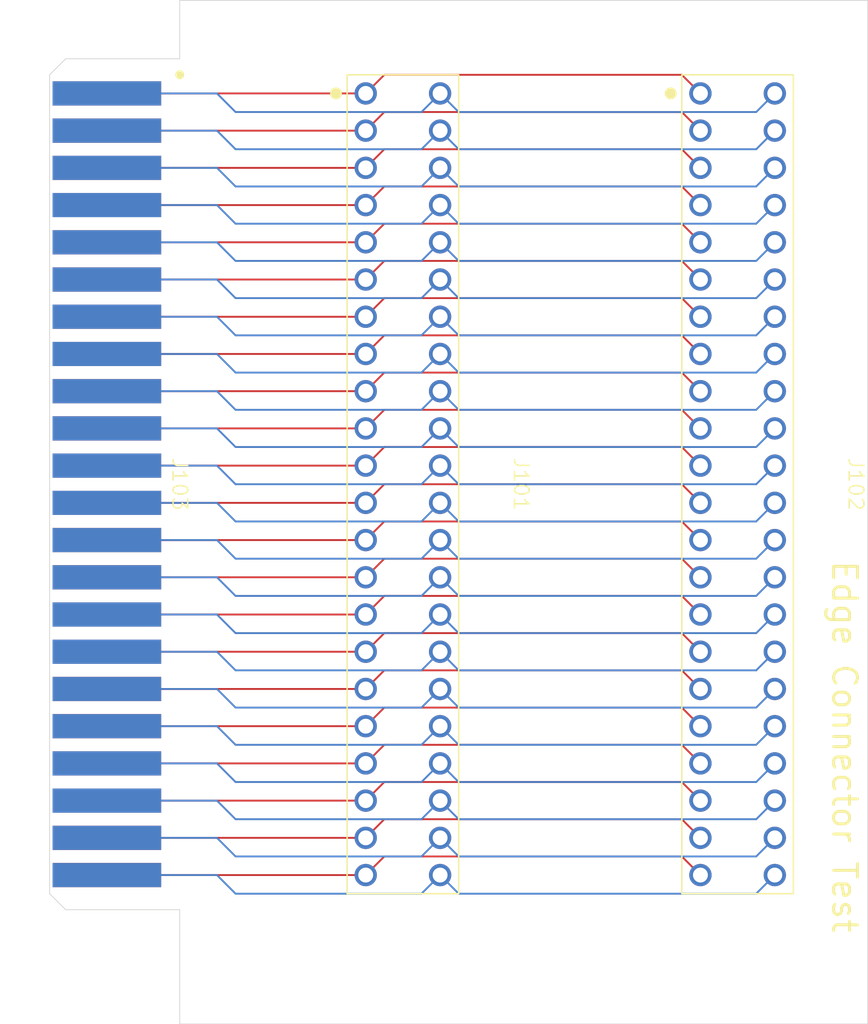
<source format=kicad_pcb>
(kicad_pcb (version 20240108) (generator "pcbnew") (generator_version "8.0")
  (layers (0 "F.Cu" signal) (31 "B.Cu" signal) (34 "B.Paste" user) (35 "F.Paste" user) (36 "B.SilkS" user "B.Silkscreen") (37 "F.SilkS" user "F.Silkscreen") (38 "B.Mask" user) (39 "F.Mask" user) (44 "Edge.Cuts" user))
  (net 0 "")
  (net 1 "/A8")
  (net 2 "/A10")
  (net 3 "/A6")
  (net 4 "/A5")
  (net 5 "/A3")
  (net 6 "/A2")
  (net 7 "/A11")
  (net 8 "/A1")
  (net 9 "/A9")
  (net 10 "/A7")
  (net 11 "/A4")
  (net 12 "/A19")
  (net 13 "/A16")
  (net 14 "/A18")
  (net 15 "/A20")
  (net 16 "/A17")
  (net 17 "/A13")
  (net 18 "/A14")
  (net 19 "/A15")
  (net 20 "/A22")
  (net 21 "/A21")
  (net 22 "/A12")
  (net 23 "/B1")
  (net 24 "/B11")
  (net 25 "/B3")
  (net 26 "/B14")
  (net 27 "/B22")
  (net 28 "/B15")
  (net 29 "/B12")
  (net 30 "/B8")
  (net 31 "/B4")
  (net 32 "/B20")
  (net 33 "/B13")
  (net 34 "/B21")
  (net 35 "/B5")
  (net 36 "/B19")
  (net 37 "/B16")
  (net 38 "/B2")
  (net 39 "/B18")
  (net 40 "/B7")
  (net 41 "/B10")
  (net 42 "/B9")
  (net 43 "/B6")
  (net 44 "/B17")
  (footprint "BoardEdgeConnectors:TE-5530843-4-Edge" (layer "F.Cu") (at 43.18 102.87 -90)
    (property "Reference" "J103" (at 0 -5.08 -90) (layer "F.SilkS") (effects (font (thickness 0.1))))
    (property "Value" "~")
    (fp_circle (center -27.94 -5.08) (end -27.686 -5.08) (stroke (width 0.1)) (fill solid) (layer "F.SilkS"))
    (fp_line (start -27.94 3.81) (end 27.94 3.81) (stroke (width 0.05)) (layer "Edge.Cuts"))
    (fp_line (start -27.94 3.81) (end -29.0322 2.7178) (stroke (width 0.05)) (layer "Edge.Cuts"))
    (fp_line (start 27.94 3.81) (end 29.0322 2.7178) (stroke (width 0.05)) (layer "Edge.Cuts"))
    (fp_line (start -29.0322 2.7178) (end -29.0322 -5.08) (stroke (width 0.05)) (layer "Edge.Cuts"))
    (fp_line (start -29.0322 -5.08) (end -33.02 -5.08) (stroke (width 0.05)) (layer "Edge.Cuts"))
    (fp_line (start 29.0322 -5.08) (end 29.0322 2.7178) (stroke (width 0.05)) (layer "Edge.Cuts"))
    (fp_line (start 31.75 -5.08) (end 29.0322 -5.08) (stroke (width 0.05)) (layer "Edge.Cuts"))
    (pad "A1" smd rect (at -26.67 -0.1016 270) (size 1.651 7.4168) (layers "F.Cu" "F.Paste" "F.Mask") (net 8 "/A1"))
    (pad "A2" smd rect (at -24.13 -0.1016 270) (size 1.651 7.4168) (layers "F.Cu" "F.Paste" "F.Mask") (net 6 "/A2"))
    (pad "A3" smd rect (at -21.59 -0.1016 270) (size 1.651 7.4168) (layers "F.Cu" "F.Paste" "F.Mask") (net 5 "/A3"))
    (pad "A4" smd rect (at -19.05 -0.1016 270) (size 1.651 7.4168) (layers "F.Cu" "F.Paste" "F.Mask") (net 11 "/A4"))
    (pad "A5" smd rect (at -16.51 -0.1016 270) (size 1.651 7.4168) (layers "F.Cu" "F.Paste" "F.Mask") (net 4 "/A5"))
    (pad "A6" smd rect (at -13.97 -0.1016 270) (size 1.651 7.4168) (layers "F.Cu" "F.Paste" "F.Mask") (net 3 "/A6"))
    (pad "A7" smd rect (at -11.43 -0.1016 270) (size 1.651 7.4168) (layers "F.Cu" "F.Paste" "F.Mask") (net 10 "/A7"))
    (pad "A8" smd rect (at -8.89 -0.1016 270) (size 1.651 7.4168) (layers "F.Cu" "F.Paste" "F.Mask") (net 1 "/A8"))
    (pad "A9" smd rect (at -6.35 -0.1016 270) (size 1.651 7.4168) (layers "F.Cu" "F.Paste" "F.Mask") (net 9 "/A9"))
    (pad "A10" smd rect (at -3.81 -0.1016 270) (size 1.651 7.4168) (layers "F.Cu" "F.Paste" "F.Mask") (net 2 "/A10"))
    (pad "A11" smd rect (at -1.27 -0.1016 270) (size 1.651 7.4168) (layers "F.Cu" "F.Paste" "F.Mask") (net 7 "/A11"))
    (pad "A12" smd rect (at 1.27 -0.1016 270) (size 1.651 7.4168) (layers "F.Cu" "F.Paste" "F.Mask") (net 22 "/A12"))
    (pad "A13" smd rect (at 3.81 -0.1016 270) (size 1.651 7.4168) (layers "F.Cu" "F.Paste" "F.Mask") (net 17 "/A13"))
    (pad "A14" smd rect (at 6.35 -0.1016 270) (size 1.651 7.4168) (layers "F.Cu" "F.Paste" "F.Mask") (net 18 "/A14"))
    (pad "A15" smd rect (at 8.89 -0.1016 270) (size 1.651 7.4168) (layers "F.Cu" "F.Paste" "F.Mask") (net 19 "/A15"))
    (pad "A16" smd rect (at 11.43 -0.1016 270) (size 1.651 7.4168) (layers "F.Cu" "F.Paste" "F.Mask") (net 13 "/A16"))
    (pad "A17" smd rect (at 13.97 -0.1016 270) (size 1.651 7.4168) (layers "F.Cu" "F.Paste" "F.Mask") (net 16 "/A17"))
    (pad "A18" smd rect (at 16.51 -0.1016 270) (size 1.651 7.4168) (layers "F.Cu" "F.Paste" "F.Mask") (net 14 "/A18"))
    (pad "A19" smd rect (at 19.05 -0.1016 270) (size 1.651 7.4168) (layers "F.Cu" "F.Paste" "F.Mask") (net 12 "/A19"))
    (pad "A20" smd rect (at 21.59 -0.1016 270) (size 1.651 7.4168) (layers "F.Cu" "F.Paste" "F.Mask") (net 15 "/A20"))
    (pad "A21" smd rect (at 24.13 -0.1016 270) (size 1.651 7.4168) (layers "F.Cu" "F.Paste" "F.Mask") (net 21 "/A21"))
    (pad "A22" smd rect (at 26.67 -0.1016 270) (size 1.651 7.4168) (layers "F.Cu" "F.Paste" "F.Mask") (net 20 "/A22"))
    (pad "B1" smd rect (at -26.67 -0.1016 270) (size 1.651 7.4168) (layers "B.Cu" "B.Paste" "B.Mask") (net 23 "/B1"))
    (pad "B2" smd rect (at -24.13 -0.1016 270) (size 1.651 7.4168) (layers "B.Cu" "B.Paste" "B.Mask") (net 38 "/B2"))
    (pad "B3" smd rect (at -21.59 -0.1016 270) (size 1.651 7.4168) (layers "B.Cu" "B.Paste" "B.Mask") (net 25 "/B3"))
    (pad "B4" smd rect (at -19.05 -0.1016 270) (size 1.651 7.4168) (layers "B.Cu" "B.Paste" "B.Mask") (net 31 "/B4"))
    (pad "B5" smd rect (at -16.51 -0.1016 270) (size 1.651 7.4168) (layers "B.Cu" "B.Paste" "B.Mask") (net 35 "/B5"))
    (pad "B6" smd rect (at -13.97 -0.1016 270) (size 1.651 7.4168) (layers "B.Cu" "B.Paste" "B.Mask") (net 43 "/B6"))
    (pad "B7" smd rect (at -11.43 -0.1016 270) (size 1.651 7.4168) (layers "B.Cu" "B.Paste" "B.Mask") (net 40 "/B7"))
    (pad "B8" smd rect (at -8.89 -0.1016 270) (size 1.651 7.4168) (layers "B.Cu" "B.Paste" "B.Mask") (net 30 "/B8"))
    (pad "B9" smd rect (at -6.35 -0.1016 270) (size 1.651 7.4168) (layers "B.Cu" "B.Paste" "B.Mask") (net 42 "/B9"))
    (pad "B10" smd rect (at -3.81 -0.1016 270) (size 1.651 7.4168) (layers "B.Cu" "B.Paste" "B.Mask") (net 41 "/B10"))
    (pad "B11" smd rect (at -1.27 -0.1016 270) (size 1.651 7.4168) (layers "B.Cu" "B.Paste" "B.Mask") (net 24 "/B11"))
    (pad "B12" smd rect (at 1.27 -0.1016 270) (size 1.651 7.4168) (layers "B.Cu" "B.Paste" "B.Mask") (net 29 "/B12"))
    (pad "B13" smd rect (at 3.81 -0.1016 270) (size 1.651 7.4168) (layers "B.Cu" "B.Paste" "B.Mask") (net 33 "/B13"))
    (pad "B14" smd rect (at 6.35 -0.1016 270) (size 1.651 7.4168) (layers "B.Cu" "B.Paste" "B.Mask") (net 26 "/B14"))
    (pad "B15" smd rect (at 8.89 -0.1016 270) (size 1.651 7.4168) (layers "B.Cu" "B.Paste" "B.Mask") (net 28 "/B15"))
    (pad "B16" smd rect (at 11.43 -0.1016 270) (size 1.651 7.4168) (layers "B.Cu" "B.Paste" "B.Mask") (net 37 "/B16"))
    (pad "B17" smd rect (at 13.97 -0.1016 270) (size 1.651 7.4168) (layers "B.Cu" "B.Paste" "B.Mask") (net 44 "/B17"))
    (pad "B18" smd rect (at 16.51 -0.1016 270) (size 1.651 7.4168) (layers "B.Cu" "B.Paste" "B.Mask") (net 39 "/B18"))
    (pad "B19" smd rect (at 19.05 -0.1016 270) (size 1.651 7.4168) (layers "B.Cu" "B.Paste" "B.Mask") (net 36 "/B19"))
    (pad "B20" smd rect (at 21.59 -0.1016 270) (size 1.651 7.4168) (layers "B.Cu" "B.Paste" "B.Mask") (net 32 "/B20"))
    (pad "B21" smd rect (at 24.13 -0.1016 270) (size 1.651 7.4168) (layers "B.Cu" "B.Paste" "B.Mask") (net 34 "/B21"))
    (pad "B22" smd rect (at 26.67 -0.1016 270) (size 1.651 7.4168) (layers "B.Cu" "B.Paste" "B.Mask") (net 27 "/B22"))
  )
  (footprint "BoardEdgeConnectors:TE-5530843-4-Mount" (layer "F.Cu") (at 86.36 102.87 -90)
    (property "Reference" "J102" (at 0 -8.08 -90) (layer "F.SilkS") (effects (font (thickness 0.1))))
    (property "Value" "~")
    (fp_rect (start -27.94 -3.81) (end 27.94 3.81) (stroke (width 0.1)) (fill none) (layer "F.SilkS"))
    (fp_circle (center -26.67 4.572) (end -26.31079 4.572) (stroke (width 0.1)) (fill solid) (layer "F.SilkS"))
    (pad "A1" thru_hole circle (at -26.67 2.54 270) (size 1.524 1.524) (drill 1.016) (layers "*.Cu" "*.Mask") (net 8 "/A1"))
    (pad "A2" thru_hole circle (at -24.13 2.54 270) (size 1.524 1.524) (drill 1.016) (layers "*.Cu" "*.Mask") (net 6 "/A2"))
    (pad "A3" thru_hole circle (at -21.59 2.54 270) (size 1.524 1.524) (drill 1.016) (layers "*.Cu" "*.Mask") (net 5 "/A3"))
    (pad "A4" thru_hole circle (at -19.05 2.54 270) (size 1.524 1.524) (drill 1.016) (layers "*.Cu" "*.Mask") (net 11 "/A4"))
    (pad "A5" thru_hole circle (at -16.51 2.54 270) (size 1.524 1.524) (drill 1.016) (layers "*.Cu" "*.Mask") (net 4 "/A5"))
    (pad "A6" thru_hole circle (at -13.97 2.54 270) (size 1.524 1.524) (drill 1.016) (layers "*.Cu" "*.Mask") (net 3 "/A6"))
    (pad "A7" thru_hole circle (at -11.43 2.54 270) (size 1.524 1.524) (drill 1.016) (layers "*.Cu" "*.Mask") (net 10 "/A7"))
    (pad "A8" thru_hole circle (at -8.89 2.54 270) (size 1.524 1.524) (drill 1.016) (layers "*.Cu" "*.Mask") (net 1 "/A8"))
    (pad "A9" thru_hole circle (at -6.35 2.54 270) (size 1.524 1.524) (drill 1.016) (layers "*.Cu" "*.Mask") (net 9 "/A9"))
    (pad "A10" thru_hole circle (at -3.81 2.54 270) (size 1.524 1.524) (drill 1.016) (layers "*.Cu" "*.Mask") (net 2 "/A10"))
    (pad "A11" thru_hole circle (at -1.27 2.54 270) (size 1.524 1.524) (drill 1.016) (layers "*.Cu" "*.Mask") (net 7 "/A11"))
    (pad "A12" thru_hole circle (at 1.27 2.54 270) (size 1.524 1.524) (drill 1.016) (layers "*.Cu" "*.Mask") (net 22 "/A12"))
    (pad "A13" thru_hole circle (at 3.81 2.54 270) (size 1.524 1.524) (drill 1.016) (layers "*.Cu" "*.Mask") (net 17 "/A13"))
    (pad "A14" thru_hole circle (at 6.35 2.54 270) (size 1.524 1.524) (drill 1.016) (layers "*.Cu" "*.Mask") (net 18 "/A14"))
    (pad "A15" thru_hole circle (at 8.89 2.54 270) (size 1.524 1.524) (drill 1.016) (layers "*.Cu" "*.Mask") (net 19 "/A15"))
    (pad "A16" thru_hole circle (at 11.43 2.54 270) (size 1.524 1.524) (drill 1.016) (layers "*.Cu" "*.Mask") (net 13 "/A16"))
    (pad "A17" thru_hole circle (at 13.97 2.54 270) (size 1.524 1.524) (drill 1.016) (layers "*.Cu" "*.Mask") (net 16 "/A17"))
    (pad "A18" thru_hole circle (at 16.51 2.54 270) (size 1.524 1.524) (drill 1.016) (layers "*.Cu" "*.Mask") (net 14 "/A18"))
    (pad "A19" thru_hole circle (at 19.05 2.54 270) (size 1.524 1.524) (drill 1.016) (layers "*.Cu" "*.Mask") (net 12 "/A19"))
    (pad "A20" thru_hole circle (at 21.59 2.54 270) (size 1.524 1.524) (drill 1.016) (layers "*.Cu" "*.Mask") (net 15 "/A20"))
    (pad "A21" thru_hole circle (at 24.13 2.54 270) (size 1.524 1.524) (drill 1.016) (layers "*.Cu" "*.Mask") (net 21 "/A21"))
    (pad "A22" thru_hole circle (at 26.67 2.54 270) (size 1.524 1.524) (drill 1.016) (layers "*.Cu" "*.Mask") (net 20 "/A22"))
    (pad "B1" thru_hole circle (at -26.67 -2.54 270) (size 1.524 1.524) (drill 1.016) (layers "*.Cu" "*.Mask") (net 23 "/B1"))
    (pad "B2" thru_hole circle (at -24.13 -2.54 270) (size 1.524 1.524) (drill 1.016) (layers "*.Cu" "*.Mask") (net 38 "/B2"))
    (pad "B3" thru_hole circle (at -21.59 -2.54 270) (size 1.524 1.524) (drill 1.016) (layers "*.Cu" "*.Mask") (net 25 "/B3"))
    (pad "B4" thru_hole circle (at -19.05 -2.54 270) (size 1.524 1.524) (drill 1.016) (layers "*.Cu" "*.Mask") (net 31 "/B4"))
    (pad "B5" thru_hole circle (at -16.51 -2.54 270) (size 1.524 1.524) (drill 1.016) (layers "*.Cu" "*.Mask") (net 35 "/B5"))
    (pad "B6" thru_hole circle (at -13.97 -2.54 270) (size 1.524 1.524) (drill 1.016) (layers "*.Cu" "*.Mask") (net 43 "/B6"))
    (pad "B7" thru_hole circle (at -11.43 -2.54 270) (size 1.524 1.524) (drill 1.016) (layers "*.Cu" "*.Mask") (net 40 "/B7"))
    (pad "B8" thru_hole circle (at -8.89 -2.54 270) (size 1.524 1.524) (drill 1.016) (layers "*.Cu" "*.Mask") (net 30 "/B8"))
    (pad "B9" thru_hole circle (at -6.35 -2.54 270) (size 1.524 1.524) (drill 1.016) (layers "*.Cu" "*.Mask") (net 42 "/B9"))
    (pad "B10" thru_hole circle (at -3.81 -2.54 270) (size 1.524 1.524) (drill 1.016) (layers "*.Cu" "*.Mask") (net 41 "/B10"))
    (pad "B11" thru_hole circle (at -1.27 -2.54 270) (size 1.524 1.524) (drill 1.016) (layers "*.Cu" "*.Mask") (net 24 "/B11"))
    (pad "B12" thru_hole circle (at 1.27 -2.54 270) (size 1.524 1.524) (drill 1.016) (layers "*.Cu" "*.Mask") (net 29 "/B12"))
    (pad "B13" thru_hole circle (at 3.81 -2.54 270) (size 1.524 1.524) (drill 1.016) (layers "*.Cu" "*.Mask") (net 33 "/B13"))
    (pad "B14" thru_hole circle (at 6.35 -2.54 270) (size 1.524 1.524) (drill 1.016) (layers "*.Cu" "*.Mask") (net 26 "/B14"))
    (pad "B15" thru_hole circle (at 8.89 -2.54 270) (size 1.524 1.524) (drill 1.016) (layers "*.Cu" "*.Mask") (net 28 "/B15"))
    (pad "B16" thru_hole circle (at 11.43 -2.54 270) (size 1.524 1.524) (drill 1.016) (layers "*.Cu" "*.Mask") (net 37 "/B16"))
    (pad "B17" thru_hole circle (at 13.97 -2.54 270) (size 1.524 1.524) (drill 1.016) (layers "*.Cu" "*.Mask") (net 44 "/B17"))
    (pad "B18" thru_hole circle (at 16.51 -2.54 270) (size 1.524 1.524) (drill 1.016) (layers "*.Cu" "*.Mask") (net 39 "/B18"))
    (pad "B19" thru_hole circle (at 19.05 -2.54 270) (size 1.524 1.524) (drill 1.016) (layers "*.Cu" "*.Mask") (net 36 "/B19"))
    (pad "B20" thru_hole circle (at 21.59 -2.54 270) (size 1.524 1.524) (drill 1.016) (layers "*.Cu" "*.Mask") (net 32 "/B20"))
    (pad "B21" thru_hole circle (at 24.13 -2.54 270) (size 1.524 1.524) (drill 1.016) (layers "*.Cu" "*.Mask") (net 34 "/B21"))
    (pad "B22" thru_hole circle (at 26.67 -2.54 270) (size 1.524 1.524) (drill 1.016) (layers "*.Cu" "*.Mask") (net 27 "/B22"))
  )
  (footprint "BoardEdgeConnectors:TE-5530843-4-Mount" (layer "F.Cu") (at 63.5 102.87 -90)
    (property "Reference" "J101" (at 0 -8.08 -90) (layer "F.SilkS") (effects (font (thickness 0.1))))
    (property "Value" "~")
    (fp_rect (start -27.94 -3.81) (end 27.94 3.81) (stroke (width 0.1)) (fill none) (layer "F.SilkS"))
    (fp_circle (center -26.67 4.572) (end -26.31079 4.572) (stroke (width 0.1)) (fill solid) (layer "F.SilkS"))
    (pad "A1" thru_hole circle (at -26.67 2.54 270) (size 1.524 1.524) (drill 1.016) (layers "*.Cu" "*.Mask") (net 8 "/A1"))
    (pad "A2" thru_hole circle (at -24.13 2.54 270) (size 1.524 1.524) (drill 1.016) (layers "*.Cu" "*.Mask") (net 6 "/A2"))
    (pad "A3" thru_hole circle (at -21.59 2.54 270) (size 1.524 1.524) (drill 1.016) (layers "*.Cu" "*.Mask") (net 5 "/A3"))
    (pad "A4" thru_hole circle (at -19.05 2.54 270) (size 1.524 1.524) (drill 1.016) (layers "*.Cu" "*.Mask") (net 11 "/A4"))
    (pad "A5" thru_hole circle (at -16.51 2.54 270) (size 1.524 1.524) (drill 1.016) (layers "*.Cu" "*.Mask") (net 4 "/A5"))
    (pad "A6" thru_hole circle (at -13.97 2.54 270) (size 1.524 1.524) (drill 1.016) (layers "*.Cu" "*.Mask") (net 3 "/A6"))
    (pad "A7" thru_hole circle (at -11.43 2.54 270) (size 1.524 1.524) (drill 1.016) (layers "*.Cu" "*.Mask") (net 10 "/A7"))
    (pad "A8" thru_hole circle (at -8.89 2.54 270) (size 1.524 1.524) (drill 1.016) (layers "*.Cu" "*.Mask") (net 1 "/A8"))
    (pad "A9" thru_hole circle (at -6.35 2.54 270) (size 1.524 1.524) (drill 1.016) (layers "*.Cu" "*.Mask") (net 9 "/A9"))
    (pad "A10" thru_hole circle (at -3.81 2.54 270) (size 1.524 1.524) (drill 1.016) (layers "*.Cu" "*.Mask") (net 2 "/A10"))
    (pad "A11" thru_hole circle (at -1.27 2.54 270) (size 1.524 1.524) (drill 1.016) (layers "*.Cu" "*.Mask") (net 7 "/A11"))
    (pad "A12" thru_hole circle (at 1.27 2.54 270) (size 1.524 1.524) (drill 1.016) (layers "*.Cu" "*.Mask") (net 22 "/A12"))
    (pad "A13" thru_hole circle (at 3.81 2.54 270) (size 1.524 1.524) (drill 1.016) (layers "*.Cu" "*.Mask") (net 17 "/A13"))
    (pad "A14" thru_hole circle (at 6.35 2.54 270) (size 1.524 1.524) (drill 1.016) (layers "*.Cu" "*.Mask") (net 18 "/A14"))
    (pad "A15" thru_hole circle (at 8.89 2.54 270) (size 1.524 1.524) (drill 1.016) (layers "*.Cu" "*.Mask") (net 19 "/A15"))
    (pad "A16" thru_hole circle (at 11.43 2.54 270) (size 1.524 1.524) (drill 1.016) (layers "*.Cu" "*.Mask") (net 13 "/A16"))
    (pad "A17" thru_hole circle (at 13.97 2.54 270) (size 1.524 1.524) (drill 1.016) (layers "*.Cu" "*.Mask") (net 16 "/A17"))
    (pad "A18" thru_hole circle (at 16.51 2.54 270) (size 1.524 1.524) (drill 1.016) (layers "*.Cu" "*.Mask") (net 14 "/A18"))
    (pad "A19" thru_hole circle (at 19.05 2.54 270) (size 1.524 1.524) (drill 1.016) (layers "*.Cu" "*.Mask") (net 12 "/A19"))
    (pad "A20" thru_hole circle (at 21.59 2.54 270) (size 1.524 1.524) (drill 1.016) (layers "*.Cu" "*.Mask") (net 15 "/A20"))
    (pad "A21" thru_hole circle (at 24.13 2.54 270) (size 1.524 1.524) (drill 1.016) (layers "*.Cu" "*.Mask") (net 21 "/A21"))
    (pad "A22" thru_hole circle (at 26.67 2.54 270) (size 1.524 1.524) (drill 1.016) (layers "*.Cu" "*.Mask") (net 20 "/A22"))
    (pad "B1" thru_hole circle (at -26.67 -2.54 270) (size 1.524 1.524) (drill 1.016) (layers "*.Cu" "*.Mask") (net 23 "/B1"))
    (pad "B2" thru_hole circle (at -24.13 -2.54 270) (size 1.524 1.524) (drill 1.016) (layers "*.Cu" "*.Mask") (net 38 "/B2"))
    (pad "B3" thru_hole circle (at -21.59 -2.54 270) (size 1.524 1.524) (drill 1.016) (layers "*.Cu" "*.Mask") (net 25 "/B3"))
    (pad "B4" thru_hole circle (at -19.05 -2.54 270) (size 1.524 1.524) (drill 1.016) (layers "*.Cu" "*.Mask") (net 31 "/B4"))
    (pad "B5" thru_hole circle (at -16.51 -2.54 270) (size 1.524 1.524) (drill 1.016) (layers "*.Cu" "*.Mask") (net 35 "/B5"))
    (pad "B6" thru_hole circle (at -13.97 -2.54 270) (size 1.524 1.524) (drill 1.016) (layers "*.Cu" "*.Mask") (net 43 "/B6"))
    (pad "B7" thru_hole circle (at -11.43 -2.54 270) (size 1.524 1.524) (drill 1.016) (layers "*.Cu" "*.Mask") (net 40 "/B7"))
    (pad "B8" thru_hole circle (at -8.89 -2.54 270) (size 1.524 1.524) (drill 1.016) (layers "*.Cu" "*.Mask") (net 30 "/B8"))
    (pad "B9" thru_hole circle (at -6.35 -2.54 270) (size 1.524 1.524) (drill 1.016) (layers "*.Cu" "*.Mask") (net 42 "/B9"))
    (pad "B10" thru_hole circle (at -3.81 -2.54 270) (size 1.524 1.524) (drill 1.016) (layers "*.Cu" "*.Mask") (net 41 "/B10"))
    (pad "B11" thru_hole circle (at -1.27 -2.54 270) (size 1.524 1.524) (drill 1.016) (layers "*.Cu" "*.Mask") (net 24 "/B11"))
    (pad "B12" thru_hole circle (at 1.27 -2.54 270) (size 1.524 1.524) (drill 1.016) (layers "*.Cu" "*.Mask") (net 29 "/B12"))
    (pad "B13" thru_hole circle (at 3.81 -2.54 270) (size 1.524 1.524) (drill 1.016) (layers "*.Cu" "*.Mask") (net 33 "/B13"))
    (pad "B14" thru_hole circle (at 6.35 -2.54 270) (size 1.524 1.524) (drill 1.016) (layers "*.Cu" "*.Mask") (net 26 "/B14"))
    (pad "B15" thru_hole circle (at 8.89 -2.54 270) (size 1.524 1.524) (drill 1.016) (layers "*.Cu" "*.Mask") (net 28 "/B15"))
    (pad "B16" thru_hole circle (at 11.43 -2.54 270) (size 1.524 1.524) (drill 1.016) (layers "*.Cu" "*.Mask") (net 37 "/B16"))
    (pad "B17" thru_hole circle (at 13.97 -2.54 270) (size 1.524 1.524) (drill 1.016) (layers "*.Cu" "*.Mask") (net 44 "/B17"))
    (pad "B18" thru_hole circle (at 16.51 -2.54 270) (size 1.524 1.524) (drill 1.016) (layers "*.Cu" "*.Mask") (net 39 "/B18"))
    (pad "B19" thru_hole circle (at 19.05 -2.54 270) (size 1.524 1.524) (drill 1.016) (layers "*.Cu" "*.Mask") (net 36 "/B19"))
    (pad "B20" thru_hole circle (at 21.59 -2.54 270) (size 1.524 1.524) (drill 1.016) (layers "*.Cu" "*.Mask") (net 32 "/B20"))
    (pad "B21" thru_hole circle (at 24.13 -2.54 270) (size 1.524 1.524) (drill 1.016) (layers "*.Cu" "*.Mask") (net 34 "/B21"))
    (pad "B22" thru_hole circle (at 26.67 -2.54 270) (size 1.524 1.524) (drill 1.016) (layers "*.Cu" "*.Mask") (net 27 "/B22"))
  )
  (gr_line (start 95.25 139.7) (end 48.26 139.7) (stroke (width 0.05)) (layer "Edge.Cuts"))
  (gr_line (start 48.26 69.85) (end 95.25 69.85) (stroke (width 0.05)) (layer "Edge.Cuts"))
  (gr_line (start 95.25 69.85) (end 95.25 139.7) (stroke (width 0.05)) (layer "Edge.Cuts"))
  (gr_line (start 48.26 139.7) (end 48.26 134.62) (stroke (width 0.05)) (layer "Edge.Cuts"))
  (gr_text "Edge Connector Test" (at 92.71 107.95 -90) (layer "F.SilkS") (effects (font (size 1.6256 1.6256) (thickness 0.2032)) (justify left bottom)))
  (segment (start 82.55 92.71) (end 83.82 93.98) (width 0.127) (layer "F.Cu") (net 1))
  (segment (start 60.96 93.98) (end 62.23 92.71) (width 0.127) (layer "F.Cu") (net 1))
  (segment (start 43.18 93.98) (end 60.96 93.98) (width 0.127) (layer "F.Cu") (net 1))
  (segment (start 62.23 92.71) (end 82.55 92.71) (width 0.127) (layer "F.Cu") (net 1))
  (segment (start 82.55 97.79) (end 83.82 99.06) (width 0.127) (layer "F.Cu") (net 2))
  (segment (start 62.23 97.79) (end 82.55 97.79) (width 0.127) (layer "F.Cu") (net 2))
  (segment (start 43.18 99.06) (end 60.96 99.06) (width 0.127) (layer "F.Cu") (net 2))
  (segment (start 60.96 99.06) (end 62.23 97.79) (width 0.127) (layer "F.Cu") (net 2))
  (segment (start 60.96 88.9) (end 62.23 87.63) (width 0.127) (layer "F.Cu") (net 3))
  (segment (start 62.23 87.63) (end 82.55 87.63) (width 0.127) (layer "F.Cu") (net 3))
  (segment (start 43.18 88.9) (end 60.96 88.9) (width 0.127) (layer "F.Cu") (net 3))
  (segment (start 82.55 87.63) (end 83.82 88.9) (width 0.127) (layer "F.Cu") (net 3))
  (segment (start 60.96 86.36) (end 62.23 85.09) (width 0.127) (layer "F.Cu") (net 4))
  (segment (start 43.18 86.36) (end 60.96 86.36) (width 0.127) (layer "F.Cu") (net 4))
  (segment (start 82.55 85.09) (end 83.82 86.36) (width 0.127) (layer "F.Cu") (net 4))
  (segment (start 62.23 85.09) (end 82.55 85.09) (width 0.127) (layer "F.Cu") (net 4))
  (segment (start 82.55 80.01) (end 83.82 81.28) (width 0.127) (layer "F.Cu") (net 5))
  (segment (start 43.18 81.28) (end 60.96 81.28) (width 0.127) (layer "F.Cu") (net 5))
  (segment (start 60.96 81.28) (end 62.23 80.01) (width 0.127) (layer "F.Cu") (net 5))
  (segment (start 62.23 80.01) (end 82.55 80.01) (width 0.127) (layer "F.Cu") (net 5))
  (segment (start 43.18 78.74) (end 60.96 78.74) (width 0.127) (layer "F.Cu") (net 6))
  (segment (start 60.96 78.74) (end 62.23 77.47) (width 0.127) (layer "F.Cu") (net 6))
  (segment (start 82.55 77.47) (end 83.82 78.74) (width 0.127) (layer "F.Cu") (net 6))
  (segment (start 62.23 77.47) (end 82.55 77.47) (width 0.127) (layer "F.Cu") (net 6))
  (segment (start 82.55 100.33) (end 83.82 101.6) (width 0.127) (layer "F.Cu") (net 7))
  (segment (start 43.18 101.6) (end 60.96 101.6) (width 0.127) (layer "F.Cu") (net 7))
  (segment (start 60.96 101.6) (end 62.23 100.33) (width 0.127) (layer "F.Cu") (net 7))
  (segment (start 62.23 100.33) (end 82.55 100.33) (width 0.127) (layer "F.Cu") (net 7))
  (segment (start 43.18 76.2) (end 60.96 76.2) (width 0.127) (layer "F.Cu") (net 8))
  (segment (start 62.23 74.93) (end 82.55 74.93) (width 0.127) (layer "F.Cu") (net 8))
  (segment (start 60.96 76.2) (end 62.23 74.93) (width 0.127) (layer "F.Cu") (net 8))
  (segment (start 82.55 74.93) (end 83.82 76.2) (width 0.127) (layer "F.Cu") (net 8))
  (segment (start 62.23 95.25) (end 82.55 95.25) (width 0.127) (layer "F.Cu") (net 9))
  (segment (start 82.55 95.25) (end 83.82 96.52) (width 0.127) (layer "F.Cu") (net 9))
  (segment (start 43.18 96.52) (end 60.96 96.52) (width 0.127) (layer "F.Cu") (net 9))
  (segment (start 60.96 96.52) (end 62.23 95.25) (width 0.127) (layer "F.Cu") (net 9))
  (segment (start 60.96 91.44) (end 62.23 90.17) (width 0.127) (layer "F.Cu") (net 10))
  (segment (start 62.23 90.17) (end 82.55 90.17) (width 0.127) (layer "F.Cu") (net 10))
  (segment (start 82.55 90.17) (end 83.82 91.44) (width 0.127) (layer "F.Cu") (net 10))
  (segment (start 43.18 91.44) (end 60.96 91.44) (width 0.127) (layer "F.Cu") (net 10))
  (segment (start 60.96 83.82) (end 62.23 82.55) (width 0.127) (layer "F.Cu") (net 11))
  (segment (start 62.23 82.55) (end 82.55 82.55) (width 0.127) (layer "F.Cu") (net 11))
  (segment (start 43.18 83.82) (end 60.96 83.82) (width 0.127) (layer "F.Cu") (net 11))
  (segment (start 82.55 82.55) (end 83.82 83.82) (width 0.127) (layer "F.Cu") (net 11))
  (segment (start 62.23 120.65) (end 82.55 120.65) (width 0.127) (layer "F.Cu") (net 12))
  (segment (start 43.18 121.92) (end 60.96 121.92) (width 0.127) (layer "F.Cu") (net 12))
  (segment (start 82.55 120.65) (end 83.82 121.92) (width 0.127) (layer "F.Cu") (net 12))
  (segment (start 60.96 121.92) (end 62.23 120.65) (width 0.127) (layer "F.Cu") (net 12))
  (segment (start 60.96 114.3) (end 62.23 113.03) (width 0.127) (layer "F.Cu") (net 13))
  (segment (start 43.18 114.3) (end 60.96 114.3) (width 0.127) (layer "F.Cu") (net 13))
  (segment (start 82.55 113.03) (end 83.82 114.3) (width 0.127) (layer "F.Cu") (net 13))
  (segment (start 62.23 113.03) (end 82.55 113.03) (width 0.127) (layer "F.Cu") (net 13))
  (segment (start 43.18 119.38) (end 60.96 119.38) (width 0.127) (layer "F.Cu") (net 14))
  (segment (start 62.23 118.11) (end 82.55 118.11) (width 0.127) (layer "F.Cu") (net 14))
  (segment (start 82.55 118.11) (end 83.82 119.38) (width 0.127) (layer "F.Cu") (net 14))
  (segment (start 60.96 119.38) (end 62.23 118.11) (width 0.127) (layer "F.Cu") (net 14))
  (segment (start 43.18 124.46) (end 60.96 124.46) (width 0.127) (layer "F.Cu") (net 15))
  (segment (start 62.23 123.19) (end 82.55 123.19) (width 0.127) (layer "F.Cu") (net 15))
  (segment (start 60.96 124.46) (end 62.23 123.19) (width 0.127) (layer "F.Cu") (net 15))
  (segment (start 82.55 123.19) (end 83.82 124.46) (width 0.127) (layer "F.Cu") (net 15))
  (segment (start 43.18 116.84) (end 60.96 116.84) (width 0.127) (layer "F.Cu") (net 16))
  (segment (start 62.23 115.57) (end 82.55 115.57) (width 0.127) (layer "F.Cu") (net 16))
  (segment (start 60.96 116.84) (end 62.23 115.57) (width 0.127) (layer "F.Cu") (net 16))
  (segment (start 82.55 115.57) (end 83.82 116.84) (width 0.127) (layer "F.Cu") (net 16))
  (segment (start 82.55 105.41) (end 83.82 106.68) (width 0.127) (layer "F.Cu") (net 17))
  (segment (start 43.18 106.68) (end 60.96 106.68) (width 0.127) (layer "F.Cu") (net 17))
  (segment (start 62.23 105.41) (end 82.55 105.41) (width 0.127) (layer "F.Cu") (net 17))
  (segment (start 60.96 106.68) (end 62.23 105.41) (width 0.127) (layer "F.Cu") (net 17))
  (segment (start 62.23 107.95) (end 82.55 107.95) (width 0.127) (layer "F.Cu") (net 18))
  (segment (start 60.96 109.22) (end 62.23 107.95) (width 0.127) (layer "F.Cu") (net 18))
  (segment (start 43.18 109.22) (end 60.96 109.22) (width 0.127) (layer "F.Cu") (net 18))
  (segment (start 82.55 107.95) (end 83.82 109.22) (width 0.127) (layer "F.Cu") (net 18))
  (segment (start 62.23 110.49) (end 82.55 110.49) (width 0.127) (layer "F.Cu") (net 19))
  (segment (start 60.96 111.76) (end 62.23 110.49) (width 0.127) (layer "F.Cu") (net 19))
  (segment (start 82.55 110.49) (end 83.82 111.76) (width 0.127) (layer "F.Cu") (net 19))
  (segment (start 43.18 111.76) (end 60.96 111.76) (width 0.127) (layer "F.Cu") (net 19))
  (segment (start 43.18 129.54) (end 60.96 129.54) (width 0.127) (layer "F.Cu") (net 20))
  (segment (start 82.55 128.27) (end 83.82 129.54) (width 0.127) (layer "F.Cu") (net 20))
  (segment (start 60.96 129.54) (end 62.23 128.27) (width 0.127) (layer "F.Cu") (net 20))
  (segment (start 62.23 128.27) (end 82.55 128.27) (width 0.127) (layer "F.Cu") (net 20))
  (segment (start 62.23 125.73) (end 82.55 125.73) (width 0.127) (layer "F.Cu") (net 21))
  (segment (start 43.18 127) (end 60.96 127) (width 0.127) (layer "F.Cu") (net 21))
  (segment (start 60.96 127) (end 62.23 125.73) (width 0.127) (layer "F.Cu") (net 21))
  (segment (start 82.55 125.73) (end 83.82 127) (width 0.127) (layer "F.Cu") (net 21))
  (segment (start 60.96 104.14) (end 62.23 102.87) (width 0.127) (layer "F.Cu") (net 22))
  (segment (start 43.18 104.14) (end 60.96 104.14) (width 0.127) (layer "F.Cu") (net 22))
  (segment (start 62.23 102.87) (end 82.55 102.87) (width 0.127) (layer "F.Cu") (net 22))
  (segment (start 82.55 102.87) (end 83.82 104.14) (width 0.127) (layer "F.Cu") (net 22))
  (segment (start 66.04 76.2) (end 67.31 77.47) (width 0.127) (layer "B.Cu") (net 23))
  (segment (start 50.8 76.2) (end 52.07 77.47) (width 0.127) (layer "B.Cu") (net 23))
  (segment (start 52.07 77.47) (end 64.77 77.47) (width 0.127) (layer "B.Cu") (net 23))
  (segment (start 67.31 77.47) (end 87.63 77.47) (width 0.127) (layer "B.Cu") (net 23))
  (segment (start 64.77 77.47) (end 66.04 76.2) (width 0.127) (layer "B.Cu") (net 23))
  (segment (start 87.63 77.47) (end 88.9 76.2) (width 0.127) (layer "B.Cu") (net 23))
  (segment (start 43.18 76.2) (end 50.8 76.2) (width 0.127) (layer "B.Cu") (net 23))
  (segment (start 50.8 101.6) (end 52.07 102.87) (width 0.127) (layer "B.Cu") (net 24))
  (segment (start 43.18 101.6) (end 50.8 101.6) (width 0.127) (layer "B.Cu") (net 24))
  (segment (start 67.31 102.87) (end 87.63 102.87) (width 0.127) (layer "B.Cu") (net 24))
  (segment (start 66.04 101.6) (end 67.31 102.87) (width 0.127) (layer "B.Cu") (net 24))
  (segment (start 87.63 102.87) (end 88.9 101.6) (width 0.127) (layer "B.Cu") (net 24))
  (segment (start 64.77 102.87) (end 66.04 101.6) (width 0.127) (layer "B.Cu") (net 24))
  (segment (start 52.07 102.87) (end 64.77 102.87) (width 0.127) (layer "B.Cu") (net 24))
  (segment (start 67.31 82.55) (end 87.63 82.55) (width 0.127) (layer "B.Cu") (net 25))
  (segment (start 43.18 81.28) (end 50.8 81.28) (width 0.127) (layer "B.Cu") (net 25))
  (segment (start 66.04 81.28) (end 67.31 82.55) (width 0.127) (layer "B.Cu") (net 25))
  (segment (start 52.07 82.55) (end 64.77 82.55) (width 0.127) (layer "B.Cu") (net 25))
  (segment (start 64.77 82.55) (end 66.04 81.28) (width 0.127) (layer "B.Cu") (net 25))
  (segment (start 50.8 81.28) (end 52.07 82.55) (width 0.127) (layer "B.Cu") (net 25))
  (segment (start 87.63 82.55) (end 88.9 81.28) (width 0.127) (layer "B.Cu") (net 25))
  (segment (start 87.63 110.49) (end 67.31 110.49) (width 0.127) (layer "B.Cu") (net 26))
  (segment (start 64.77 110.49) (end 52.07 110.49) (width 0.127) (layer "B.Cu") (net 26))
  (segment (start 67.31 110.49) (end 66.04 109.22) (width 0.127) (layer "B.Cu") (net 26))
  (segment (start 66.04 109.22) (end 64.77 110.49) (width 0.127) (layer "B.Cu") (net 26))
  (segment (start 52.07 110.49) (end 50.8 109.22) (width 0.127) (layer "B.Cu") (net 26))
  (segment (start 50.8 109.22) (end 43.18 109.22) (width 0.127) (layer "B.Cu") (net 26))
  (segment (start 88.9 109.22) (end 87.63 110.49) (width 0.127) (layer "B.Cu") (net 26))
  (segment (start 88.9 129.54) (end 87.63 130.81) (width 0.127) (layer "B.Cu") (net 27))
  (segment (start 50.8 129.54) (end 52.07 130.81) (width 0.127) (layer "B.Cu") (net 27))
  (segment (start 43.18 129.54) (end 50.8 129.54) (width 0.127) (layer "B.Cu") (net 27))
  (segment (start 87.63 130.81) (end 67.31 130.81) (width 0.127) (layer "B.Cu") (net 27))
  (segment (start 67.31 130.81) (end 66.04 129.54) (width 0.127) (layer "B.Cu") (net 27))
  (segment (start 52.07 130.81) (end 64.77 130.81) (width 0.127) (layer "B.Cu") (net 27))
  (segment (start 64.77 130.81) (end 66.04 129.54) (width 0.127) (layer "B.Cu") (net 27))
  (segment (start 43.18 111.76) (end 50.8 111.76) (width 0.127) (layer "B.Cu") (net 28))
  (segment (start 52.07 113.03) (end 64.77 113.03) (width 0.127) (layer "B.Cu") (net 28))
  (segment (start 64.77 113.03) (end 66.04 111.76) (width 0.127) (layer "B.Cu") (net 28))
  (segment (start 67.31 113.03) (end 87.63 113.03) (width 0.127) (layer "B.Cu") (net 28))
  (segment (start 50.8 111.76) (end 52.07 113.03) (width 0.127) (layer "B.Cu") (net 28))
  (segment (start 66.04 111.76) (end 67.31 113.03) (width 0.127) (layer "B.Cu") (net 28))
  (segment (start 87.63 113.03) (end 88.9 111.76) (width 0.127) (layer "B.Cu") (net 28))
  (segment (start 66.04 104.14) (end 64.77 105.41) (width 0.127) (layer "B.Cu") (net 29))
  (segment (start 52.07 105.41) (end 50.8 104.14) (width 0.127) (layer "B.Cu") (net 29))
  (segment (start 88.9 104.14) (end 87.63 105.41) (width 0.127) (layer "B.Cu") (net 29))
  (segment (start 87.63 105.41) (end 67.31 105.41) (width 0.127) (layer "B.Cu") (net 29))
  (segment (start 50.8 104.14) (end 43.18 104.14) (width 0.127) (layer "B.Cu") (net 29))
  (segment (start 67.31 105.41) (end 66.04 104.14) (width 0.127) (layer "B.Cu") (net 29))
  (segment (start 64.77 105.41) (end 52.07 105.41) (width 0.127) (layer "B.Cu") (net 29))
  (segment (start 67.31 95.25) (end 66.04 93.98) (width 0.127) (layer "B.Cu") (net 30))
  (segment (start 50.8 93.98) (end 43.18 93.98) (width 0.127) (layer "B.Cu") (net 30))
  (segment (start 87.63 95.25) (end 67.31 95.25) (width 0.127) (layer "B.Cu") (net 30))
  (segment (start 64.77 95.25) (end 52.07 95.25) (width 0.127) (layer "B.Cu") (net 30))
  (segment (start 88.9 93.98) (end 87.63 95.25) (width 0.127) (layer "B.Cu") (net 30))
  (segment (start 52.07 95.25) (end 50.8 93.98) (width 0.127) (layer "B.Cu") (net 30))
  (segment (start 66.04 93.98) (end 64.77 95.25) (width 0.127) (layer "B.Cu") (net 30))
  (segment (start 87.63 85.09) (end 67.31 85.09) (width 0.127) (layer "B.Cu") (net 31))
  (segment (start 50.8 83.82) (end 43.18 83.82) (width 0.127) (layer "B.Cu") (net 31))
  (segment (start 52.07 85.09) (end 50.8 83.82) (width 0.127) (layer "B.Cu") (net 31))
  (segment (start 64.77 85.09) (end 52.07 85.09) (width 0.127) (layer "B.Cu") (net 31))
  (segment (start 88.9 83.82) (end 87.63 85.09) (width 0.127) (layer "B.Cu") (net 31))
  (segment (start 67.31 85.09) (end 66.04 83.82) (width 0.127) (layer "B.Cu") (net 31))
  (segment (start 66.04 83.82) (end 64.77 85.09) (width 0.127) (layer "B.Cu") (net 31))
  (segment (start 87.63 125.73) (end 67.31 125.73) (width 0.127) (layer "B.Cu") (net 32))
  (segment (start 67.31 125.73) (end 66.04 124.46) (width 0.127) (layer "B.Cu") (net 32))
  (segment (start 66.04 124.46) (end 64.77 125.73) (width 0.127) (layer "B.Cu") (net 32))
  (segment (start 64.77 125.73) (end 52.07 125.73) (width 0.127) (layer "B.Cu") (net 32))
  (segment (start 52.07 125.73) (end 50.8 124.46) (width 0.127) (layer "B.Cu") (net 32))
  (segment (start 88.9 124.46) (end 87.63 125.73) (width 0.127) (layer "B.Cu") (net 32))
  (segment (start 50.8 124.46) (end 43.18 124.46) (width 0.127) (layer "B.Cu") (net 32))
  (segment (start 66.04 106.68) (end 67.31 107.95) (width 0.127) (layer "B.Cu") (net 33))
  (segment (start 50.8 106.68) (end 52.07 107.95) (width 0.127) (layer "B.Cu") (net 33))
  (segment (start 64.77 107.95) (end 66.04 106.68) (width 0.127) (layer "B.Cu") (net 33))
  (segment (start 43.18 106.68) (end 50.8 106.68) (width 0.127) (layer "B.Cu") (net 33))
  (segment (start 67.31 107.95) (end 87.63 107.95) (width 0.127) (layer "B.Cu") (net 33))
  (segment (start 52.07 107.95) (end 64.77 107.95) (width 0.127) (layer "B.Cu") (net 33))
  (segment (start 87.63 107.95) (end 88.9 106.68) (width 0.127) (layer "B.Cu") (net 33))
  (segment (start 67.31 128.27) (end 87.63 128.27) (width 0.127) (layer "B.Cu") (net 34))
  (segment (start 52.07 128.27) (end 64.77 128.27) (width 0.127) (layer "B.Cu") (net 34))
  (segment (start 64.77 128.27) (end 66.04 127) (width 0.127) (layer "B.Cu") (net 34))
  (segment (start 87.63 128.27) (end 88.9 127) (width 0.127) (layer "B.Cu") (net 34))
  (segment (start 66.04 127) (end 67.31 128.27) (width 0.127) (layer "B.Cu") (net 34))
  (segment (start 50.8 127) (end 52.07 128.27) (width 0.127) (layer "B.Cu") (net 34))
  (segment (start 43.18 127) (end 50.8 127) (width 0.127) (layer "B.Cu") (net 34))
  (segment (start 67.31 87.63) (end 87.63 87.63) (width 0.127) (layer "B.Cu") (net 35))
  (segment (start 43.18 86.36) (end 50.8 86.36) (width 0.127) (layer "B.Cu") (net 35))
  (segment (start 87.63 87.63) (end 88.9 86.36) (width 0.127) (layer "B.Cu") (net 35))
  (segment (start 66.04 86.36) (end 67.31 87.63) (width 0.127) (layer "B.Cu") (net 35))
  (segment (start 52.07 87.63) (end 64.77 87.63) (width 0.127) (layer "B.Cu") (net 35))
  (segment (start 64.77 87.63) (end 66.04 86.36) (width 0.127) (layer "B.Cu") (net 35))
  (segment (start 50.8 86.36) (end 52.07 87.63) (width 0.127) (layer "B.Cu") (net 35))
  (segment (start 43.18 121.92) (end 50.8 121.92) (width 0.127) (layer "B.Cu") (net 36))
  (segment (start 64.77 123.19) (end 66.04 121.92) (width 0.127) (layer "B.Cu") (net 36))
  (segment (start 67.31 123.19) (end 87.63 123.19) (width 0.127) (layer "B.Cu") (net 36))
  (segment (start 87.63 123.19) (end 88.9 121.92) (width 0.127) (layer "B.Cu") (net 36))
  (segment (start 66.04 121.92) (end 67.31 123.19) (width 0.127) (layer "B.Cu") (net 36))
  (segment (start 50.8 121.92) (end 52.07 123.19) (width 0.127) (layer "B.Cu") (net 36))
  (segment (start 52.07 123.19) (end 64.77 123.19) (width 0.127) (layer "B.Cu") (net 36))
  (segment (start 67.31 115.57) (end 66.04 114.3) (width 0.127) (layer "B.Cu") (net 37))
  (segment (start 50.8 114.3) (end 43.18 114.3) (width 0.127) (layer "B.Cu") (net 37))
  (segment (start 66.04 114.3) (end 64.77 115.57) (width 0.127) (layer "B.Cu") (net 37))
  (segment (start 52.07 115.57) (end 50.8 114.3) (width 0.127) (layer "B.Cu") (net 37))
  (segment (start 64.77 115.57) (end 52.07 115.57) (width 0.127) (layer "B.Cu") (net 37))
  (segment (start 87.63 115.57) (end 67.31 115.57) (width 0.127) (layer "B.Cu") (net 37))
  (segment (start 88.9 114.3) (end 87.63 115.57) (width 0.127) (layer "B.Cu") (net 37))
  (segment (start 50.8 78.74) (end 43.18 78.74) (width 0.127) (layer "B.Cu") (net 38))
  (segment (start 87.63 80.01) (end 67.31 80.01) (width 0.127) (layer "B.Cu") (net 38))
  (segment (start 66.04 78.74) (end 64.77 80.01) (width 0.127) (layer "B.Cu") (net 38))
  (segment (start 67.31 80.01) (end 66.04 78.74) (width 0.127) (layer "B.Cu") (net 38))
  (segment (start 52.07 80.01) (end 50.8 78.74) (width 0.127) (layer "B.Cu") (net 38))
  (segment (start 64.77 80.01) (end 52.07 80.01) (width 0.127) (layer "B.Cu") (net 38))
  (segment (start 88.9 78.74) (end 87.63 80.01) (width 0.127) (layer "B.Cu") (net 38))
  (segment (start 87.63 120.65) (end 67.31 120.65) (width 0.127) (layer "B.Cu") (net 39))
  (segment (start 52.07 120.65) (end 50.8 119.38) (width 0.127) (layer "B.Cu") (net 39))
  (segment (start 88.9 119.38) (end 87.63 120.65) (width 0.127) (layer "B.Cu") (net 39))
  (segment (start 67.31 120.65) (end 66.04 119.38) (width 0.127) (layer "B.Cu") (net 39))
  (segment (start 64.77 120.65) (end 52.07 120.65) (width 0.127) (layer "B.Cu") (net 39))
  (segment (start 66.04 119.38) (end 64.77 120.65) (width 0.127) (layer "B.Cu") (net 39))
  (segment (start 50.8 119.38) (end 43.18 119.38) (width 0.127) (layer "B.Cu") (net 39))
  (segment (start 64.77 92.71) (end 66.04 91.44) (width 0.127) (layer "B.Cu") (net 40))
  (segment (start 43.18 91.44) (end 50.8 91.44) (width 0.127) (layer "B.Cu") (net 40))
  (segment (start 66.04 91.44) (end 67.31 92.71) (width 0.127) (layer "B.Cu") (net 40))
  (segment (start 52.07 92.71) (end 64.77 92.71) (width 0.127) (layer "B.Cu") (net 40))
  (segment (start 50.8 91.44) (end 52.07 92.71) (width 0.127) (layer "B.Cu") (net 40))
  (segment (start 87.63 92.71) (end 88.9 91.44) (width 0.127) (layer "B.Cu") (net 40))
  (segment (start 67.31 92.71) (end 87.63 92.71) (width 0.127) (layer "B.Cu") (net 40))
  (segment (start 64.77 100.33) (end 52.07 100.33) (width 0.127) (layer "B.Cu") (net 41))
  (segment (start 52.07 100.33) (end 50.8 99.06) (width 0.127) (layer "B.Cu") (net 41))
  (segment (start 50.8 99.06) (end 43.18 99.06) (width 0.127) (layer "B.Cu") (net 41))
  (segment (start 67.31 100.33) (end 66.04 99.06) (width 0.127) (layer "B.Cu") (net 41))
  (segment (start 87.63 100.33) (end 67.31 100.33) (width 0.127) (layer "B.Cu") (net 41))
  (segment (start 88.9 99.06) (end 87.63 100.33) (width 0.127) (layer "B.Cu") (net 41))
  (segment (start 66.04 99.06) (end 64.77 100.33) (width 0.127) (layer "B.Cu") (net 41))
  (segment (start 64.77 97.79) (end 66.04 96.52) (width 0.127) (layer "B.Cu") (net 42))
  (segment (start 87.63 97.79) (end 88.9 96.52) (width 0.127) (layer "B.Cu") (net 42))
  (segment (start 67.31 97.79) (end 87.63 97.79) (width 0.127) (layer "B.Cu") (net 42))
  (segment (start 66.04 96.52) (end 67.31 97.79) (width 0.127) (layer "B.Cu") (net 42))
  (segment (start 43.18 96.52) (end 50.8 96.52) (width 0.127) (layer "B.Cu") (net 42))
  (segment (start 52.07 97.79) (end 64.77 97.79) (width 0.127) (layer "B.Cu") (net 42))
  (segment (start 50.8 96.52) (end 52.07 97.79) (width 0.127) (layer "B.Cu") (net 42))
  (segment (start 50.8 88.9) (end 43.18 88.9) (width 0.127) (layer "B.Cu") (net 43))
  (segment (start 88.9 88.9) (end 87.63 90.17) (width 0.127) (layer "B.Cu") (net 43))
  (segment (start 87.63 90.17) (end 67.31 90.17) (width 0.127) (layer "B.Cu") (net 43))
  (segment (start 66.04 88.9) (end 64.77 90.17) (width 0.127) (layer "B.Cu") (net 43))
  (segment (start 67.31 90.17) (end 66.04 88.9) (width 0.127) (layer "B.Cu") (net 43))
  (segment (start 64.77 90.17) (end 52.07 90.17) (width 0.127) (layer "B.Cu") (net 43))
  (segment (start 52.07 90.17) (end 50.8 88.9) (width 0.127) (layer "B.Cu") (net 43))
  (segment (start 43.18 116.84) (end 50.8 116.84) (width 0.127) (layer "B.Cu") (net 44))
  (segment (start 66.04 116.84) (end 67.31 118.11) (width 0.127) (layer "B.Cu") (net 44))
  (segment (start 64.77 118.11) (end 66.04 116.84) (width 0.127) (layer "B.Cu") (net 44))
  (segment (start 52.07 118.11) (end 64.77 118.11) (width 0.127) (layer "B.Cu") (net 44))
  (segment (start 67.31 118.11) (end 87.63 118.11) (width 0.127) (layer "B.Cu") (net 44))
  (segment (start 50.8 116.84) (end 52.07 118.11) (width 0.127) (layer "B.Cu") (net 44))
  (segment (start 87.63 118.11) (end 88.9 116.84) (width 0.127) (layer "B.Cu") (net 44))
)
</source>
